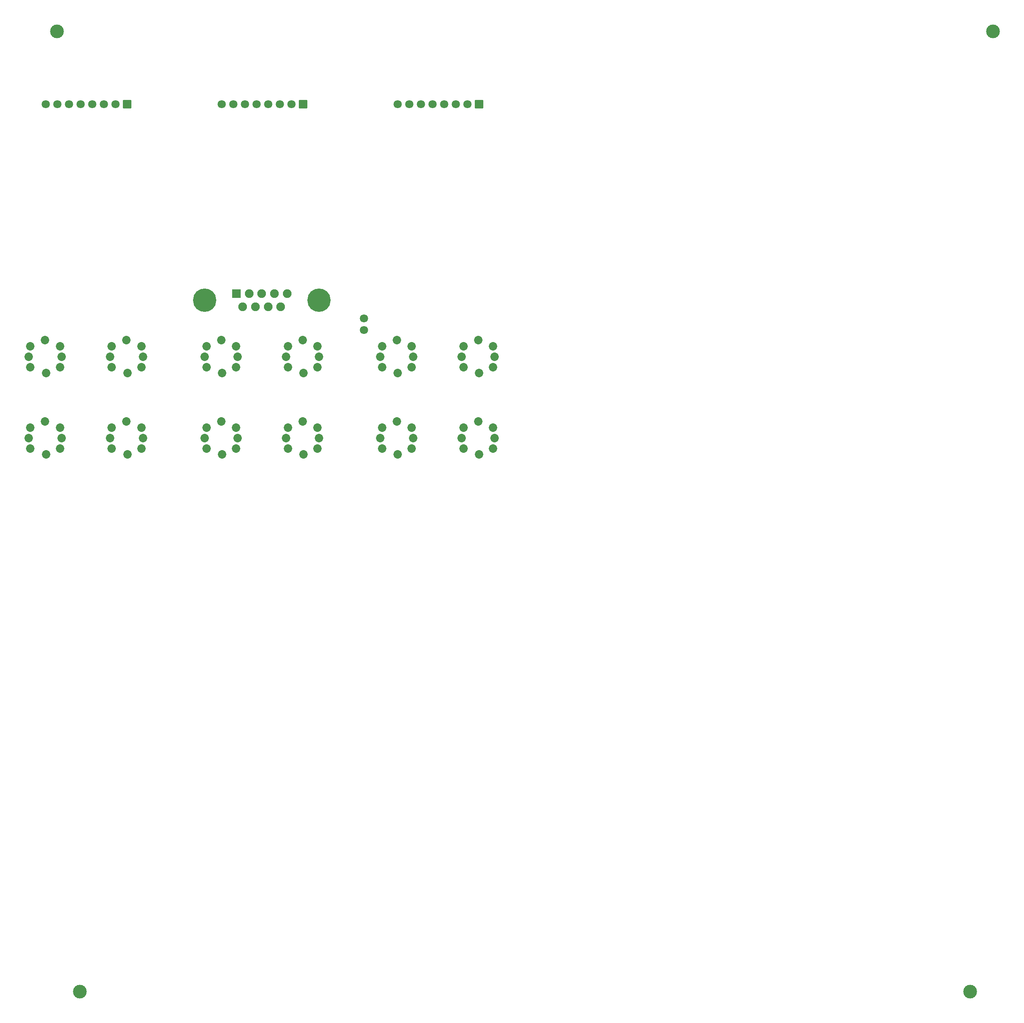
<source format=gbs>
G04 Layer: BottomSolderMaskLayer*
G04 EasyEDA v6.5.29, 2023-07-19 22:01:03*
G04 8eb2f2613b91424b8de75a29ec9d0e09,5a6b42c53f6a479593ecc07194224c93,10*
G04 Gerber Generator version 0.2*
G04 Scale: 100 percent, Rotated: No, Reflected: No *
G04 Dimensions in millimeters *
G04 leading zeros omitted , absolute positions ,4 integer and 5 decimal *
%FSLAX45Y45*%
%MOMM*%

%AMMACRO1*1,1,$1,$2,$3*1,1,$1,$4,$5*1,1,$1,0-$2,0-$3*1,1,$1,0-$4,0-$5*20,1,$1,$2,$3,$4,$5,0*20,1,$1,$4,$5,0-$2,0-$3,0*20,1,$1,0-$2,0-$3,0-$4,0-$5,0*20,1,$1,0-$4,0-$5,$2,$3,0*4,1,4,$2,$3,$4,$5,0-$2,0-$3,0-$4,0-$5,$2,$3,0*%
%ADD10MACRO1,0.1016X-0.85X-0.85X0.85X-0.85*%
%ADD11C,1.8016*%
%ADD12C,1.8532*%
%ADD13C,1.9016*%
%ADD14C,5.1016*%
%ADD15MACRO1,0.1016X-0.9X0.9X0.9X0.9*%
%ADD16C,3.0000*%

%LPD*%
D10*
G01*
X9645281Y8857381D03*
D11*
G01*
X9391294Y8857386D03*
G01*
X9137294Y8857386D03*
G01*
X8883294Y8857386D03*
G01*
X8629294Y8857386D03*
G01*
X8375294Y8857386D03*
G01*
X8121294Y8857386D03*
G01*
X7867294Y8857386D03*
D10*
G01*
X13488474Y8857381D03*
D11*
G01*
X13234466Y8857386D03*
G01*
X12980466Y8857386D03*
G01*
X12726466Y8857386D03*
G01*
X12472466Y8857386D03*
G01*
X12218466Y8857386D03*
G01*
X11964466Y8857386D03*
G01*
X11710466Y8857386D03*
D10*
G01*
X17331667Y8857381D03*
D11*
G01*
X17077664Y8857386D03*
G01*
X16823664Y8857386D03*
G01*
X16569664Y8857386D03*
G01*
X16315664Y8857386D03*
G01*
X16061664Y8857386D03*
G01*
X15807664Y8857386D03*
G01*
X15553664Y8857386D03*
D12*
G01*
X8178800Y3111500D03*
G01*
X7528788Y3111500D03*
G01*
X8178800Y3561511D03*
G01*
X7528788Y3561511D03*
G01*
X7853806Y3696487D03*
G01*
X8213801Y3336493D03*
G01*
X7874000Y2984500D03*
G01*
X7493000Y3340100D03*
G01*
X9956800Y3111500D03*
G01*
X9306788Y3111500D03*
G01*
X9956800Y3561511D03*
G01*
X9306788Y3561511D03*
G01*
X9631806Y3696487D03*
G01*
X9991801Y3336493D03*
G01*
X9652000Y2984500D03*
G01*
X9271000Y3340100D03*
G01*
X8178800Y1333500D03*
G01*
X7528788Y1333500D03*
G01*
X8178800Y1783511D03*
G01*
X7528788Y1783511D03*
G01*
X7853806Y1918487D03*
G01*
X8213801Y1558493D03*
G01*
X7874000Y1206500D03*
G01*
X7493000Y1562100D03*
G01*
X9956800Y1333500D03*
G01*
X9306788Y1333500D03*
G01*
X9956800Y1783511D03*
G01*
X9306788Y1783511D03*
G01*
X9631806Y1918487D03*
G01*
X9991801Y1558493D03*
G01*
X9652000Y1206500D03*
G01*
X9271000Y1562100D03*
G01*
X12026900Y3111500D03*
G01*
X11376888Y3111500D03*
G01*
X12026900Y3561511D03*
G01*
X11376888Y3561511D03*
G01*
X11701906Y3696487D03*
G01*
X12061901Y3336493D03*
G01*
X11722100Y2984500D03*
G01*
X11341100Y3340100D03*
G01*
X13804900Y3111500D03*
G01*
X13154888Y3111500D03*
G01*
X13804900Y3561511D03*
G01*
X13154888Y3561511D03*
G01*
X13479906Y3696487D03*
G01*
X13839901Y3336493D03*
G01*
X13500100Y2984500D03*
G01*
X13119100Y3340100D03*
G01*
X12026900Y1333500D03*
G01*
X11376888Y1333500D03*
G01*
X12026900Y1783511D03*
G01*
X11376888Y1783511D03*
G01*
X11701906Y1918487D03*
G01*
X12061901Y1558493D03*
G01*
X11722100Y1206500D03*
G01*
X11341100Y1562100D03*
G01*
X13804900Y1333500D03*
G01*
X13154888Y1333500D03*
G01*
X13804900Y1783511D03*
G01*
X13154888Y1783511D03*
G01*
X13479906Y1918487D03*
G01*
X13839901Y1558493D03*
G01*
X13500100Y1206500D03*
G01*
X13119100Y1562100D03*
G01*
X15862300Y3111500D03*
G01*
X15212288Y3111500D03*
G01*
X15862300Y3561511D03*
G01*
X15212288Y3561511D03*
G01*
X15537306Y3696487D03*
G01*
X15897301Y3336493D03*
G01*
X15557500Y2984500D03*
G01*
X15176500Y3340100D03*
G01*
X17640300Y3111500D03*
G01*
X16990288Y3111500D03*
G01*
X17640300Y3561511D03*
G01*
X16990288Y3561511D03*
G01*
X17315306Y3696487D03*
G01*
X17675301Y3336493D03*
G01*
X17335500Y2984500D03*
G01*
X16954500Y3340100D03*
G01*
X15862300Y1333500D03*
G01*
X15212288Y1333500D03*
G01*
X15862300Y1783511D03*
G01*
X15212288Y1783511D03*
G01*
X15537306Y1918487D03*
G01*
X15897301Y1558493D03*
G01*
X15557500Y1206500D03*
G01*
X15176500Y1562100D03*
G01*
X17640300Y1333500D03*
G01*
X16990288Y1333500D03*
G01*
X17640300Y1783511D03*
G01*
X16990288Y1783511D03*
G01*
X17315306Y1918487D03*
G01*
X17675301Y1558493D03*
G01*
X17335500Y1206500D03*
G01*
X16954500Y1562100D03*
D13*
G01*
X12585649Y4713986D03*
D14*
G01*
X11335689Y4572025D03*
D15*
G01*
X12031649Y4713985D03*
D13*
G01*
X12308636Y4713986D03*
G01*
X12862636Y4713986D03*
G01*
X13139648Y4714011D03*
G01*
X12170156Y4429988D03*
G01*
X12447143Y4429988D03*
G01*
X12724155Y4429988D03*
G01*
X13001142Y4429988D03*
D14*
G01*
X13835684Y4572025D03*
D11*
G01*
X14820900Y4178300D03*
G01*
X14820900Y3924300D03*
D16*
G01*
X8111998Y10451998D03*
G01*
X28556000Y10451998D03*
G01*
X8611997Y-10543997D03*
G01*
X28056001Y-10543997D03*
M02*

</source>
